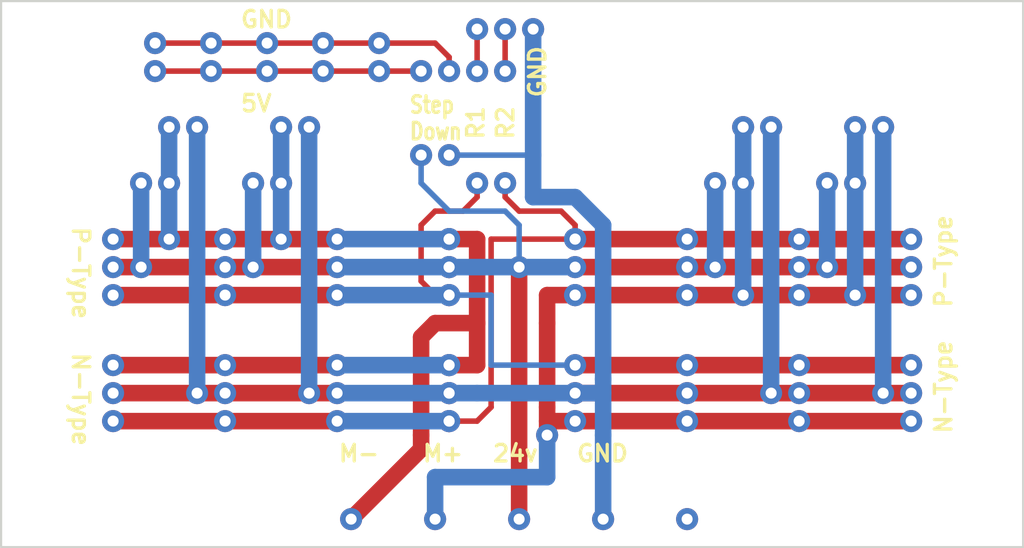
<source format=kicad_pcb>
(kicad_pcb (version 20221018) (generator pcbnew)
  (layers (0 "F.Cu" signal) (31 "B.Cu" signal) (34 "B.Paste" user) (35 "F.Paste" user) (36 "B.SilkS" user "B.Silkscreen") (37 "F.SilkS" user "F.Silkscreen") (38 "B.Mask" user) (39 "F.Mask" user) (44 "Edge.Cuts" user))
  (net 0 "")
  (footprint "" (layer "F.Cu") (at 170.18 83.82)
    (fp_text reference "" (at 0 0) (layer "F.SilkS") (effects (font (size 1.27 1.27))))
    (fp_text value "" (at 0 0) (layer "F.SilkS") (effects (font (size 1.27 1.27))))
    (pad "1" thru_hole circle (at 0 0) (size 2 2) (drill 1) (layers "*.Cu" "*.Mask"))
  )
  (footprint "" (layer "F.Cu") (at 157.48 81.28)
    (fp_text reference "" (at 0 0) (layer "F.SilkS") (effects (font (size 1.27 1.27))))
    (fp_text value "" (at 0 0) (layer "F.SilkS") (effects (font (size 1.27 1.27))))
    (pad "1" thru_hole circle (at 0 0) (size 2 2) (drill 1) (layers "*.Cu" "*.Mask"))
  )
  (footprint "" (layer "F.Cu") (at 171.45 116.84)
    (fp_text reference "" (at 0 0) (layer "F.SilkS") (effects (font (size 1.27 1.27))))
    (fp_text value "" (at 0 0) (layer "F.SilkS") (effects (font (size 1.27 1.27))))
    (pad "1" thru_hole circle (at 0 0) (size 2 2) (drill 1) (layers "*.Cu" "*.Mask"))
  )
  (footprint "" (layer "F.Cu") (at 201.93 81.28)
    (fp_text reference "" (at 0 0) (layer "F.SilkS") (effects (font (size 1.27 1.27))))
    (fp_text value "" (at 0 0) (layer "F.SilkS") (effects (font (size 1.27 1.27))))
    (pad "1" thru_hole circle (at 0 0) (size 2 2) (drill 1) (layers "*.Cu" "*.Mask"))
  )
  (footprint "" (layer "F.Cu") (at 209.55 96.52)
    (fp_text reference "" (at 0 0) (layer "F.SilkS") (effects (font (size 1.27 1.27))))
    (fp_text value "" (at 0 0) (layer "F.SilkS") (effects (font (size 1.27 1.27))))
    (pad "1" thru_hole circle (at 0 0) (size 2 2) (drill 1) (layers "*.Cu" "*.Mask"))
  )
  (footprint "" (layer "F.Cu") (at 160.02 105.41)
    (fp_text reference "" (at 0 0) (layer "F.SilkS") (effects (font (size 1.27 1.27))))
    (fp_text value "" (at 0 0) (layer "F.SilkS") (effects (font (size 1.27 1.27))))
    (pad "1" thru_hole circle (at 0 0) (size 2 2) (drill 1) (layers "*.Cu" "*.Mask"))
  )
  (footprint "" (layer "F.Cu") (at 204.47 93.98)
    (fp_text reference "" (at 2.54 8.89) (layer "F.SilkS") (effects (font (size 1.27 1.27))))
    (fp_text value "" (at 2.54 8.89) (layer "F.SilkS") (effects (font (size 1.27 1.27))))
    (pad "1" thru_hole circle (at 0 0) (size 2 2) (drill 1) (layers "*.Cu" "*.Mask"))
  )
  (footprint "" (layer "F.Cu") (at 194.31 105.41)
    (fp_text reference "" (at 0 0) (layer "F.SilkS") (effects (font (size 1.27 1.27))))
    (fp_text value "" (at 0 0) (layer "F.SilkS") (effects (font (size 1.27 1.27))))
    (pad "1" thru_hole circle (at 0 0) (size 2 2) (drill 1) (layers "*.Cu" "*.Mask"))
  )
  (footprint "" (layer "F.Cu") (at 194.31 107.95)
    (fp_text reference "" (at 0 0) (layer "F.SilkS") (effects (font (size 1.27 1.27))))
    (fp_text value "" (at 0 0) (layer "F.SilkS") (effects (font (size 1.27 1.27))))
    (pad "1" thru_hole circle (at 0 0) (size 2 2) (drill 1) (layers "*.Cu" "*.Mask"))
  )
  (footprint "" (layer "F.Cu") (at 214.63 93.98)
    (fp_text reference "" (at 0 0) (layer "F.SilkS") (effects (font (size 1.27 1.27))))
    (fp_text value "" (at 0 0) (layer "F.SilkS") (effects (font (size 1.27 1.27))))
    (pad "1" thru_hole circle (at 0 0) (size 2 2) (drill 1) (layers "*.Cu" "*.Mask"))
  )
  (footprint "" (layer "F.Cu") (at 172.72 91.44)
    (fp_text reference "" (at 0 0) (layer "F.SilkS") (effects (font (size 1.27 1.27))))
    (fp_text value "" (at 0 0) (layer "F.SilkS") (effects (font (size 1.27 1.27))))
    (pad "1" thru_hole circle (at 0 0) (size 2 2) (drill 1) (layers "*.Cu" "*.Mask"))
  )
  (footprint "" (layer "F.Cu") (at 156.21 76.2)
    (fp_text reference "" (at 0 0) (layer "F.SilkS") (effects (font (size 1.27 1.27))))
    (fp_text value "" (at 0 0) (layer "F.SilkS") (effects (font (size 1.27 1.27))))
    (pad "1" thru_hole circle (at 0 0) (size 2 2) (drill 1) (layers "*.Cu" "*.Mask"))
  )
  (footprint "" (layer "F.Cu") (at 154.94 86.36)
    (fp_text reference "" (at 0 0) (layer "F.SilkS") (effects (font (size 1.27 1.27))))
    (fp_text value "" (at 0 0) (layer "F.SilkS") (effects (font (size 1.27 1.27))))
    (pad "1" thru_hole circle (at 0 0) (size 2 2) (drill 1) (layers "*.Cu" "*.Mask"))
  )
  (footprint "" (layer "F.Cu") (at 175.26 76.2)
    (fp_text reference "" (at 0 0) (layer "F.SilkS") (effects (font (size 1.27 1.27))))
    (fp_text value "" (at 0 0) (layer "F.SilkS") (effects (font (size 1.27 1.27))))
    (pad "1" thru_hole circle (at 0 0) (size 2 2) (drill 1) (layers "*.Cu" "*.Mask"))
  )
  (footprint "" (layer "F.Cu") (at 172.72 105.41)
    (fp_text reference "" (at 0 0) (layer "F.SilkS") (effects (font (size 1.27 1.27))))
    (fp_text value "" (at 0 0) (layer "F.SilkS") (effects (font (size 1.27 1.27))))
    (pad "1" thru_hole circle (at 0 0) (size 2 2) (drill 1) (layers "*.Cu" "*.Mask"))
  )
  (footprint "" (layer "F.Cu") (at 170.18 76.2)
    (fp_text reference "" (at 0 0) (layer "F.SilkS") (effects (font (size 1.27 1.27))))
    (fp_text value "" (at 0 0) (layer "F.SilkS") (effects (font (size 1.27 1.27))))
    (pad "1" thru_hole circle (at 0 0) (size 2 2) (drill 1) (layers "*.Cu" "*.Mask"))
  )
  (footprint "" (layer "F.Cu") (at 144.78 93.98)
    (fp_text reference "" (at 0 0) (layer "F.SilkS") (effects (font (size 1.27 1.27))))
    (fp_text value "" (at 0 0) (layer "F.SilkS") (effects (font (size 1.27 1.27))))
    (pad "1" thru_hole circle (at 0 0) (size 2 2) (drill 1) (layers "*.Cu" "*.Mask"))
  )
  (footprint "" (layer "F.Cu") (at 172.72 83.82)
    (fp_text reference "" (at 0 0) (layer "F.SilkS") (effects (font (size 1.27 1.27))))
    (fp_text value "" (at 0 0) (layer "F.SilkS") (effects (font (size 1.27 1.27))))
    (pad "1" thru_hole circle (at 0 0) (size 2 2) (drill 1) (layers "*.Cu" "*.Mask"))
  )
  (footprint "" (layer "F.Cu") (at 212.09 105.41)
    (fp_text reference "" (at 0 0) (layer "F.SilkS") (effects (font (size 1.27 1.27))))
    (fp_text value "" (at 0 0) (layer "F.SilkS") (effects (font (size 1.27 1.27))))
    (pad "1" thru_hole circle (at 0 0) (size 2 2) (drill 1) (layers "*.Cu" "*.Mask"))
  )
  (footprint "" (layer "F.Cu") (at 149.86 81.28)
    (fp_text reference "" (at 0 0) (layer "F.SilkS") (effects (font (size 1.27 1.27))))
    (fp_text value "" (at 0 0) (layer "F.SilkS") (effects (font (size 1.27 1.27))))
    (pad "1" thru_hole circle (at 0 0) (size 2 2) (drill 1) (layers "*.Cu" "*.Mask"))
  )
  (footprint "" (layer "F.Cu") (at 160.02 81.28)
    (fp_text reference "" (at 0 0) (layer "F.SilkS") (effects (font (size 1.27 1.27))))
    (fp_text value "" (at 0 0) (layer "F.SilkS") (effects (font (size 1.27 1.27))))
    (pad "1" thru_hole circle (at 0 0) (size 2 2) (drill 1) (layers "*.Cu" "*.Mask"))
  )
  (footprint "" (layer "F.Cu") (at 162.56 107.95)
    (fp_text reference "" (at 0 0) (layer "F.SilkS") (effects (font (size 1.27 1.27))))
    (fp_text value "" (at 0 0) (layer "F.SilkS") (effects (font (size 1.27 1.27))))
    (pad "1" thru_hole circle (at 0 0) (size 2 2) (drill 1) (layers "*.Cu" "*.Mask"))
  )
  (footprint "" (layer "F.Cu") (at 144.78 86.36)
    (fp_text reference "" (at 0 0) (layer "F.SilkS") (effects (font (size 1.27 1.27))))
    (fp_text value "" (at 0 0) (layer "F.SilkS") (effects (font (size 1.27 1.27))))
    (pad "1" thru_hole circle (at 0 0) (size 2 2) (drill 1) (layers "*.Cu" "*.Mask"))
  )
  (footprint "" (layer "F.Cu") (at 152.4 91.44)
    (fp_text reference "" (at 0 0) (layer "F.SilkS") (effects (font (size 1.27 1.27))))
    (fp_text value "" (at 0 0) (layer "F.SilkS") (effects (font (size 1.27 1.27))))
    (pad "1" thru_hole circle (at 0 0) (size 2 2) (drill 1) (layers "*.Cu" "*.Mask"))
  )
  (footprint "" (layer "F.Cu") (at 177.8 72.39)
    (fp_text reference "" (at 0 0) (layer "F.SilkS") (effects (font (size 1.27 1.27))))
    (fp_text value "" (at 0 0) (layer "F.SilkS") (effects (font (size 1.27 1.27))))
    (pad "1" thru_hole circle (at 0 0) (size 2 2) (drill 1) (layers "*.Cu" "*.Mask"))
  )
  (footprint "" (layer "F.Cu") (at 172.72 96.52)
    (fp_text reference "" (at 0 0) (layer "F.SilkS") (effects (font (size 1.27 1.27))))
    (fp_text value "" (at 0 0) (layer "F.SilkS") (effects (font (size 1.27 1.27))))
    (pad "1" thru_hole circle (at 0 0) (size 2 2) (drill 1) (layers "*.Cu" "*.Mask"))
  )
  (footprint "" (layer "F.Cu") (at 175.26 86.36)
    (fp_text reference "" (at 0 0) (layer "F.SilkS") (effects (font (size 1.27 1.27))))
    (fp_text value "" (at 0 0) (layer "F.SilkS") (effects (font (size 1.27 1.27))))
    (pad "1" thru_hole circle (at 0 0) (size 2 2) (drill 1) (layers "*.Cu" "*.Mask"))
  )
  (footprint "" (layer "F.Cu") (at 184.15 105.41)
    (fp_text reference "" hide)
    (fp_text value "" hide)
    (pad "1" thru_hole circle (at 0 0) (size 2 2) (drill 1) (layers "*.Cu" "*.Mask"))
  )
  (footprint "" (layer "F.Cu") (at 179.07 93.98)
    (fp_text reference "" (at 0 0) (layer "F.SilkS") (effects (font (size 1.27 1.27))))
    (fp_text value "" (at 0 0) (layer "F.SilkS") (effects (font (size 1.27 1.27))))
    (pad "1" thru_hole circle (at 0 0) (size 2 2) (drill 1) (layers "*.Cu" "*.Mask"))
  )
  (footprint "" (layer "F.Cu") (at 177.8 76.2)
    (fp_text reference "" (at 0 0) (layer "F.SilkS") (effects (font (size 1.27 1.27))))
    (fp_text value "" (at 0 0) (layer "F.SilkS") (effects (font (size 1.27 1.27))))
    (pad "1" thru_hole circle (at 0 0) (size 2 2) (drill 1) (layers "*.Cu" "*.Mask"))
  )
  (footprint "" (layer "F.Cu") (at 199.39 81.28)
    (fp_text reference "" (at 0 0) (layer "F.SilkS") (effects (font (size 1.27 1.27))))
    (fp_text value "" (at 0 0) (layer "F.SilkS") (effects (font (size 1.27 1.27))))
    (pad "1" thru_hole circle (at 0 0) (size 2 2) (drill 1) (layers "*.Cu" "*.Mask"))
  )
  (footprint "" (layer "F.Cu") (at 184.15 91.44)
    (fp_text reference "" hide)
    (fp_text value "" hide)
    (pad "1" thru_hole circle (at 0 0) (size 2 2) (drill 1) (layers "*.Cu" "*.Mask"))
  )
  (footprint "" (layer "F.Cu") (at 204.47 91.44)
    (fp_text reference "" (at 2.54 8.89) (layer "F.SilkS") (effects (font (size 1.27 1.27))))
    (fp_text value "" (at 2.54 8.89) (layer "F.SilkS") (effects (font (size 1.27 1.27))))
    (pad "1" thru_hole circle (at 0 0) (size 2 2) (drill 1) (layers "*.Cu" "*.Mask"))
  )
  (footprint "" (layer "F.Cu") (at 162.56 91.44)
    (fp_text reference "" (at 0 0) (layer "F.SilkS") (effects (font (size 1.27 1.27))))
    (fp_text value "" (at 0 0) (layer "F.SilkS") (effects (font (size 1.27 1.27))))
    (pad "1" thru_hole circle (at 0 0) (size 2 2) (drill 1) (layers "*.Cu" "*.Mask"))
  )
  (footprint "" (layer "F.Cu") (at 152.4 93.98)
    (fp_text reference "" (at 0 0) (layer "F.SilkS") (effects (font (size 1.27 1.27))))
    (fp_text value "" (at 0 0) (layer "F.SilkS") (effects (font (size 1.27 1.27))))
    (pad "1" thru_hole circle (at 0 0) (size 2 2) (drill 1) (layers "*.Cu" "*.Mask"))
  )
  (footprint "" (layer "F.Cu") (at 149.86 105.41)
    (fp_text reference "" (at 0 0) (layer "F.SilkS") (effects (font (size 1.27 1.27))))
    (fp_text value "" (at 0 0) (layer "F.SilkS") (effects (font (size 1.27 1.27))))
    (pad "1" thru_hole circle (at 0 0) (size 2 2) (drill 1) (layers "*.Cu" "*.Mask"))
  )
  (footprint "" (layer "F.Cu") (at 162.56 105.41)
    (fp_text reference "" (at 0 0) (layer "F.SilkS") (effects (font (size 1.27 1.27))))
    (fp_text value "" (at 0 0) (layer "F.SilkS") (effects (font (size 1.27 1.27))))
    (pad "1" thru_hole circle (at 0 0) (size 2 2) (drill 1) (layers "*.Cu" "*.Mask"))
  )
  (footprint "" (layer "F.Cu") (at 157.48 91.44)
    (fp_text reference "" (at 0 0) (layer "F.SilkS") (effects (font (size 1.27 1.27))))
    (fp_text value "" (at 0 0) (layer "F.SilkS") (effects (font (size 1.27 1.27))))
    (pad "1" thru_hole circle (at 0 0) (size 2 2) (drill 1) (layers "*.Cu" "*.Mask"))
  )
  (footprint "" (layer "F.Cu") (at 147.32 86.36)
    (fp_text reference "" (at 0 0) (layer "F.SilkS") (effects (font (size 1.27 1.27))))
    (fp_text value "" (at 0 0) (layer "F.SilkS") (effects (font (size 1.27 1.27))))
    (pad "1" thru_hole circle (at 0 0) (size 2 2) (drill 1) (layers "*.Cu" "*.Mask"))
  )
  (footprint "" (layer "F.Cu") (at 147.32 91.44)
    (fp_text reference "" (at 0 0) (layer "F.SilkS") (effects (font (size 1.27 1.27))))
    (fp_text value "" (at 0 0) (layer "F.SilkS") (effects (font (size 1.27 1.27))))
    (pad "1" thru_hole circle (at 0 0) (size 2 2) (drill 1) (layers "*.Cu" "*.Mask"))
  )
  (footprint "" (layer "F.Cu") (at 161.29 73.66)
    (fp_text reference "" (at 0 0) (layer "F.SilkS") (effects (font (size 1.27 1.27))))
    (fp_text value "" (at 0 0) (layer "F.SilkS") (effects (font (size 1.27 1.27))))
    (pad "1" thru_hole circle (at 0 0) (size 2 2) (drill 1) (layers "*.Cu" "*.Mask"))
  )
  (footprint "" (layer "F.Cu") (at 142.24 91.44)
    (fp_text reference "" (at 0 0) (layer "F.SilkS") (effects (font (size 1.27 1.27))))
    (fp_text value "" (at 0 0) (layer "F.SilkS") (effects (font (size 1.27 1.27))))
    (pad "1" thru_hole circle (at 0 0) (size 2 2) (drill 1) (layers "*.Cu" "*.Mask"))
  )
  (footprint "" (layer "F.Cu") (at 212.09 81.28)
    (fp_text reference "" (at 0 0) (layer "F.SilkS") (effects (font (size 1.27 1.27))))
    (fp_text value "" (at 0 0) (layer "F.SilkS") (effects (font (size 1.27 1.27))))
    (pad "1" thru_hole circle (at 0 0) (size 2 2) (drill 1) (layers "*.Cu" "*.Mask"))
  )
  (footprint "" (layer "F.Cu") (at 154.94 93.98)
    (fp_text reference "" (at 0 0) (layer "F.SilkS") (effects (font (size 1.27 1.27))))
    (fp_text value "" (at 0 0) (layer "F.SilkS") (effects (font (size 1.27 1.27))))
    (pad "1" thru_hole circle (at 0 0) (size 2 2) (drill 1) (layers "*.Cu" "*.Mask"))
  )
  (footprint "" (layer "F.Cu") (at 175.26 72.39)
    (fp_text reference "" (at 0 0) (layer "F.SilkS") (effects (font (size 1.27 1.27))))
    (fp_text value "" (at 0 0) (layer "F.SilkS") (effects (font (size 1.27 1.27))))
    (pad "1" thru_hole circle (at 0 0) (size 2 2) (drill 1) (layers "*.Cu" "*.Mask"))
  )
  (footprint "" (layer "F.Cu") (at 214.63 91.44)
    (fp_text reference "" (at 0 0) (layer "F.SilkS") (effects (font (size 1.27 1.27))))
    (fp_text value "" (at 0 0) (layer "F.SilkS") (effects (font (size 1.27 1.27))))
    (pad "1" thru_hole circle (at 0 0) (size 2 2) (drill 1) (layers "*.Cu" "*.Mask"))
  )
  (footprint "" (layer "F.Cu") (at 172.72 76.2)
    (fp_text reference "" (at 0 0) (layer "F.SilkS") (effects (font (size 1.27 1.27))))
    (fp_text value "" (at 0 0) (layer "F.SilkS") (effects (font (size 1.27 1.27))))
    (pad "1" thru_hole circle (at 0 0) (size 2 2) (drill 1) (layers "*.Cu" "*.Mask"))
  )
  (footprint "" (layer "F.Cu") (at 152.4 107.95)
    (fp_text reference "" (at 0 0) (layer "F.SilkS") (effects (font (size 1.27 1.27))))
    (fp_text value "" (at 0 0) (layer "F.SilkS") (effects (font (size 1.27 1.27))))
    (pad "1" thru_hole circle (at 0 0) (size 2 2) (drill 1) (layers "*.Cu" "*.Mask"))
  )
  (footprint "" (layer "F.Cu") (at 214.63 96.52)
    (fp_text reference "" (at 0 0) (layer "F.SilkS") (effects (font (size 1.27 1.27))))
    (fp_text value "" (at 0 0) (layer "F.SilkS") (effects (font (size 1.27 1.27))))
    (pad "1" thru_hole circle (at 0 0) (size 2 2) (drill 1) (layers "*.Cu" "*.Mask"))
  )
  (footprint "" (layer "F.Cu") (at 172.72 96.52)
    (fp_text reference "" (at 0 0) (layer "F.SilkS") (effects (font (size 1.27 1.27))))
    (fp_text value "" (at 0 0) (layer "F.SilkS") (effects (font (size 1.27 1.27))))
    (pad "1" thru_hole circle (at 0 0) (size 2 2) (drill 1) (layers "*.Cu" "*.Mask"))
  )
  (footprint "" (layer "F.Cu") (at 209.55 81.28)
    (fp_text reference "" (at 0 0) (layer "F.SilkS") (effects (font (size 1.27 1.27))))
    (fp_text value "" (at 0 0) (layer "F.SilkS") (effects (font (size 1.27 1.27))))
    (pad "1" thru_hole circle (at 0 0) (size 2 2) (drill 1) (layers "*.Cu" "*.Mask"))
  )
  (footprint "" (layer "F.Cu") (at 184.15 91.44)
    (fp_text reference "" hide)
    (fp_text value "" hide)
    (pad "1" thru_hole circle (at 0 0) (size 2 2) (drill 1) (layers "*.Cu" "*.Mask"))
  )
  (footprint "" (layer "F.Cu") (at 156.21 73.66)
    (fp_text reference "" (at 0 0) (layer "F.SilkS") (effects (font (size 1.27 1.27))))
    (fp_text value "" (at 0 0) (layer "F.SilkS") (effects (font (size 1.27 1.27))))
    (pad "1" thru_hole circle (at 0 0) (size 2 2) (drill 1) (layers "*.Cu" "*.Mask"))
  )
  (footprint "" (layer "F.Cu") (at 184.15 107.95)
    (fp_text reference "" hide)
    (fp_text value "" hide)
    (pad "1" thru_hole circle (at 0 0) (size 2 2) (drill 1) (layers "*.Cu" "*.Mask"))
  )
  (footprint "" (layer "F.Cu") (at 142.24 102.87)
    (fp_text reference "" (at 0 0) (layer "F.SilkS") (effects (font (size 1.27 1.27))))
    (fp_text value "" (at 0 0) (layer "F.SilkS") (effects (font (size 1.27 1.27))))
    (pad "1" thru_hole circle (at 0 0) (size 2 2) (drill 1) (layers "*.Cu" "*.Mask"))
  )
  (footprint "" (layer "F.Cu") (at 166.37 73.66)
    (fp_text reference "" (at 0 0) (layer "F.SilkS") (effects (font (size 1.27 1.27))))
    (fp_text value "" (at 0 0) (layer "F.SilkS") (effects (font (size 1.27 1.27))))
    (pad "1" thru_hole circle (at 0 0) (size 2 2) (drill 1) (layers "*.Cu" "*.Mask"))
  )
  (footprint "" (layer "F.Cu") (at 179.07 116.84)
    (fp_text reference "" (at 0 0) (layer "F.SilkS") (effects (font (size 1.27 1.27))))
    (fp_text value "" (at 0 0) (layer "F.SilkS") (effects (font (size 1.27 1.27))))
    (pad "1" thru_hole circle (at 0 0) (size 2 2) (drill 1) (layers "*.Cu" "*.Mask"))
  )
  (footprint "" (layer "F.Cu") (at 152.4 105.41)
    (fp_text reference "" (at 0 0) (layer "F.SilkS") (effects (font (size 1.27 1.27))))
    (fp_text value "" (at 0 0) (layer "F.SilkS") (effects (font (size 1.27 1.27))))
    (pad "1" thru_hole circle (at 0 0) (size 2 2) (drill 1) (layers "*.Cu" "*.Mask"))
  )
  (footprint "" (layer "F.Cu") (at 186.69 116.84)
    (fp_text reference "" (at 0 0) (layer "F.SilkS") (effects (font (size 1.27 1.27))))
    (fp_text value "" (at 0 0) (layer "F.SilkS") (effects (font (size 1.27 1.27))))
    (pad "1" thru_hole circle (at 0 0) (size 2 2) (drill 1) (layers "*.Cu" "*.Mask"))
  )
  (footprint "" (layer "F.Cu") (at 172.72 93.98)
    (fp_text reference "" (at 0 0) (layer "F.SilkS") (effects (font (size 1.27 1.27))))
    (fp_text value "" (at 0 0) (layer "F.SilkS") (effects (font (size 1.27 1.27))))
    (pad "1" thru_hole circle (at 0 0) (size 2 2) (drill 1) (layers "*.Cu" "*.Mask"))
  )
  (footprint "" (layer "F.Cu") (at 163.83 116.84)
    (fp_text reference "" (at 0 0) (layer "F.SilkS") (effects (font (size 1.27 1.27))))
    (fp_text value "" (at 0 0) (layer "F.SilkS") (effects (font (size 1.27 1.27))))
    (pad "1" thru_hole circle (at 0 0) (size 2 2) (drill 1) (layers "*.Cu" "*.Mask"))
  )
  (footprint "" (layer "F.Cu") (at 194.31 102.87)
    (fp_text reference "" (at 0 0) (layer "F.SilkS") (effects (font (size 1.27 1.27))))
    (fp_text value "" (at 0 0) (layer "F.SilkS") (effects (font (size 1.27 1.27))))
    (pad "1" thru_hole circle (at 0 0) (size 2 2) (drill 1) (layers "*.Cu" "*.Mask"))
  )
  (footprint "" (layer "F.Cu") (at 147.32 81.28)
    (fp_text reference "" (at 0 0) (layer "F.SilkS") (effects (font (size 1.27 1.27))))
    (fp_text value "" (at 0 0) (layer "F.SilkS") (effects (font (size 1.27 1.27))))
    (pad "1" thru_hole circle (at 0 0) (size 2 2) (drill 1) (layers "*.Cu" "*.Mask"))
  )
  (footprint "" (layer "F.Cu") (at 166.37 76.2)
    (fp_text reference "" (at 0 0) (layer "F.SilkS") (effects (font (size 1.27 1.27))))
    (fp_text value "" (at 0 0) (layer "F.SilkS") (effects (font (size 1.27 1.27))))
    (pad "1" thru_hole circle (at 0 0) (size 2 2) (drill 1) (layers "*.Cu" "*.Mask"))
  )
  (footprint "" (layer "F.Cu") (at 204.47 107.95)
    (fp_text reference "" (at 2.54 8.89) (layer "F.SilkS") (effects (font (size 1.27 1.27))))
    (fp_text value "" (at 2.54 8.89) (layer "F.SilkS") (effects (font (size 1.27 1.27))))
    (pad "1" thru_hole circle (at 0 0) (size 2 2) (drill 1) (layers "*.Cu" "*.Mask"))
  )
  (footprint "" (layer "F.Cu") (at 152.4 102.87)
    (fp_text reference "" (at 0 0) (layer "F.SilkS") (effects (font (size 1.27 1.27))))
    (fp_text value "" (at 0 0) (layer "F.SilkS") (effects (font (size 1.27 1.27))))
    (pad "1" thru_hole circle (at 0 0) (size 2 2) (drill 1) (layers "*.Cu" "*.Mask"))
  )
  (footprint "" (layer "F.Cu") (at 172.72 102.87)
    (fp_text reference "" (at 0 0) (layer "F.SilkS") (effects (font (size 1.27 1.27))))
    (fp_text value "" (at 0 0) (layer "F.SilkS") (effects (font (size 1.27 1.27))))
    (pad "1" thru_hole circle (at 0 0) (size 2 2) (drill 1) (layers "*.Cu" "*.Mask"))
  )
  (footprint "" (layer "F.Cu") (at 199.39 86.36)
    (fp_text reference "" (at 0 0) (layer "F.SilkS") (effects (font (size 1.27 1.27))))
    (fp_text value "" (at 0 0) (layer "F.SilkS") (effects (font (size 1.27 1.27))))
    (pad "1" thru_hole circle (at 0 0) (size 2 2) (drill 1) (layers "*.Cu" "*.Mask"))
  )
  (footprint "" (layer "F.Cu") (at 207.01 93.98)
    (fp_text reference "" (at 0 0) (layer "F.SilkS") (effects (font (size 1.27 1.27))))
    (fp_text value "" (at 0 0) (layer "F.SilkS") (effects (font (size 1.27 1.27))))
    (pad "1" thru_hole circle (at 0 0) (size 2 2) (drill 1) (layers "*.Cu" "*.Mask"))
  )
  (footprint "" (layer "F.Cu") (at 142.24 105.41)
    (fp_text reference "" (at 0 0) (layer "F.SilkS") (effects (font (size 1.27 1.27))))
    (fp_text value "" (at 0 0) (layer "F.SilkS") (effects (font (size 1.27 1.27))))
    (pad "1" thru_hole circle (at 0 0) (size 2 2) (drill 1) (layers "*.Cu" "*.Mask"))
  )
  (footprint "" (layer "F.Cu") (at 204.47 102.87)
    (fp_text reference "" (at 2.54 8.89) (layer "F.SilkS") (effects (font (size 1.27 1.27))))
    (fp_text value "" (at 2.54 8.89) (layer "F.SilkS") (effects (font (size 1.27 1.27))))
    (pad "1" thru_hole circle (at 0 0) (size 2 2) (drill 1) (layers "*.Cu" "*.Mask"))
  )
  (footprint "" (layer "F.Cu") (at 204.47 96.52)
    (fp_text reference "" (at 2.54 8.89) (layer "F.SilkS") (effects (font (size 1.27 1.27))))
    (fp_text value "" (at 2.54 8.89) (layer "F.SilkS") (effects (font (size 1.27 1.27))))
    (pad "1" thru_hole circle (at 0 0) (size 2 2) (drill 1) (layers "*.Cu" "*.Mask"))
  )
  (footprint "" (layer "F.Cu") (at 207.01 86.36)
    (fp_text reference "" (at 0 0) (layer "F.SilkS") (effects (font (size 1.27 1.27))))
    (fp_text value "" (at 0 0) (layer "F.SilkS") (effects (font (size 1.27 1.27))))
    (pad "1" thru_hole circle (at 0 0) (size 2 2) (drill 1) (layers "*.Cu" "*.Mask"))
  )
  (footprint "" (layer "F.Cu") (at 152.4 96.52)
    (fp_text reference "" (at 0 0) (layer "F.SilkS") (effects (font (size 1.27 1.27))))
    (fp_text value "" (at 0 0) (layer "F.SilkS") (effects (font (size 1.27 1.27))))
    (pad "1" thru_hole circle (at 0 0) (size 2 2) (drill 1) (layers "*.Cu" "*.Mask"))
  )
  (footprint "" (layer "F.Cu") (at 172.72 105.41)
    (fp_text reference "" (at 0 0) (layer "F.SilkS") (effects (font (size 1.27 1.27))))
    (fp_text value "" (at 0 0) (layer "F.SilkS") (effects (font (size 1.27 1.27))))
    (pad "1" thru_hole circle (at 0 0) (size 2 2) (drill 1) (layers "*.Cu" "*.Mask"))
  )
  (footprint "" (layer "F.Cu") (at 172.72 107.95)
    (fp_text reference "" (at 0 0) (layer "F.SilkS") (effects (font (size 1.27 1.27))))
    (fp_text value "" (at 0 0) (layer "F.SilkS") (effects (font (size 1.27 1.27))))
    (pad "1" thru_hole circle (at 0 0) (size 2 2) (drill 1) (layers "*.Cu" "*.Mask"))
  )
  (footprint "" (layer "F.Cu") (at 214.63 102.87)
    (fp_text reference "" (at 0 0) (layer "F.SilkS") (effects (font (size 1.27 1.27))))
    (fp_text value "" (at 0 0) (layer "F.SilkS") (effects (font (size 1.27 1.27))))
    (pad "1" thru_hole circle (at 0 0) (size 2 2) (drill 1) (layers "*.Cu" "*.Mask"))
  )
  (footprint "" (layer "F.Cu") (at 146.05 73.66)
    (fp_text reference "" (at 0 0) (layer "F.SilkS") (effects (font (size 1.27 1.27))))
    (fp_text value "" (at 0 0) (layer "F.SilkS") (effects (font (size 1.27 1.27))))
    (pad "1" thru_hole circle (at 0 0) (size 2 2) (drill 1) (layers "*.Cu" "*.Mask"))
  )
  (footprint "" (layer "F.Cu") (at 177.8 86.36)
    (fp_text reference "" (at 0 0) (layer "F.SilkS") (effects (font (size 1.27 1.27))))
    (fp_text value "" (at 0 0) (layer "F.SilkS") (effects (font (size 1.27 1.27))))
    (pad "1" thru_hole circle (at 0 0) (size 2 2) (drill 1) (layers "*.Cu" "*.Mask"))
  )
  (footprint "" (layer "F.Cu") (at 162.56 93.98)
    (fp_text reference "" (at 0 0) (layer "F.SilkS") (effects (font (size 1.27 1.27))))
    (fp_text value "" (at 0 0) (layer "F.SilkS") (effects (font (size 1.27 1.27))))
    (pad "1" thru_hole circle (at 0 0) (size 2 2) (drill 1) (layers "*.Cu" "*.Mask"))
  )
  (footprint "" (layer "F.Cu") (at 184.15 102.87)
    (fp_text reference "" hide)
    (fp_text value "" hide)
    (pad "1" thru_hole circle (at 0 0) (size 2 2) (drill 1) (layers "*.Cu" "*.Mask"))
  )
  (footprint "" (layer "F.Cu") (at 181.61 109.22)
    (fp_text reference "" (at 0 0) (layer "F.SilkS") (effects (font (size 1.27 1.27))))
    (fp_text value "" (at 0 0) (layer "F.SilkS") (effects (font (size 1.27 1.27))))
    (pad "1" thru_hole circle (at 0 0) (size 2 2) (drill 1) (layers "*.Cu" "*.Mask"))
  )
  (footprint "" (layer "F.Cu") (at 180.34 72.39)
    (fp_text reference "" (at 0 0) (layer "F.SilkS") (effects (font (size 1.27 1.27))))
    (fp_text value "" (at 0 0) (layer "F.SilkS") (effects (font (size 1.27 1.27))))
    (pad "1" thru_hole circle (at 0 0) (size 2 2) (drill 1) (layers "*.Cu" "*.Mask"))
  )
  (footprint "" (layer "F.Cu") (at 146.05 76.2)
    (fp_text reference "" (at 0 0) (layer "F.SilkS") (effects (font (size 1.27 1.27))))
    (fp_text value "" (at 0 0) (layer "F.SilkS") (effects (font (size 1.27 1.27))))
    (pad "1" thru_hole circle (at 0 0) (size 2 2) (drill 1) (layers "*.Cu" "*.Mask"))
  )
  (footprint "" (layer "F.Cu") (at 142.24 96.52)
    (fp_text reference "" (at 0 0) (layer "F.SilkS") (effects (font (size 1.27 1.27))))
    (fp_text value "" (at 0 0) (layer "F.SilkS") (effects (font (size 1.27 1.27))))
    (pad "1" thru_hole circle (at 0 0) (size 2 2) (drill 1) (layers "*.Cu" "*.Mask"))
  )
  (footprint "" (layer "F.Cu") (at 196.85 86.36)
    (fp_text reference "" (at 0 0) (layer "F.SilkS") (effects (font (size 1.27 1.27))))
    (fp_text value "" (at 0 0) (layer "F.SilkS") (effects (font (size 1.27 1.27))))
    (pad "1" thru_hole circle (at 0 0) (size 2 2) (drill 1) (layers "*.Cu" "*.Mask"))
  )
  (footprint "" (layer "F.Cu") (at 162.56 96.52)
    (fp_text reference "" (at 0 0) (layer "F.SilkS") (effects (font (size 1.27 1.27))))
    (fp_text value "" (at 0 0) (layer "F.SilkS") (effects (font (size 1.27 1.27))))
    (pad "1" thru_hole circle (at 0 0) (size 2 2) (drill 1) (layers "*.Cu" "*.Mask"))
  )
  (footprint "" (layer "F.Cu") (at 194.31 96.52)
    (fp_text reference "" (at 0 0) (layer "F.SilkS") (effects (font (size 1.27 1.27))))
    (fp_text value "" (at 0 0) (layer "F.SilkS") (effects (font (size 1.27 1.27))))
    (pad "1" thru_hole circle (at 0 0) (size 2 2) (drill 1) (layers "*.Cu" "*.Mask"))
  )
  (footprint "" (layer "F.Cu") (at 194.31 91.44)
    (fp_text reference "" (at 0 0) (layer "F.SilkS") (effects (font (size 1.27 1.27))))
    (fp_text value "" (at 0 0) (layer "F.SilkS") (effects (font (size 1.27 1.27))))
    (pad "1" thru_hole circle (at 0 0) (size 2 2) (drill 1) (layers "*.Cu" "*.Mask"))
  )
  (footprint "" (layer "F.Cu") (at 214.63 105.41)
    (fp_text reference "" (at 0 0) (layer "F.SilkS") (effects (font (size 1.27 1.27))))
    (fp_text value "" (at 0 0) (layer "F.SilkS") (effects (font (size 1.27 1.27))))
    (pad "1" thru_hole circle (at 0 0) (size 2 2) (drill 1) (layers "*.Cu" "*.Mask"))
  )
  (footprint "" (layer "F.Cu") (at 184.15 96.52)
    (fp_text reference "" hide)
    (fp_text value "" hide)
    (pad "1" thru_hole circle (at 0 0) (size 2 2) (drill 1) (layers "*.Cu" "*.Mask"))
  )
  (footprint "" (layer "F.Cu") (at 142.24 93.98)
    (fp_text reference "" (at 0 0) (layer "F.SilkS") (effects (font (size 1.27 1.27))))
    (fp_text value "" (at 0 0) (layer "F.SilkS") (effects (font (size 1.27 1.27))))
    (pad "1" thru_hole circle (at 0 0) (size 2 2) (drill 1) (layers "*.Cu" "*.Mask"))
  )
  (footprint "" (layer "F.Cu") (at 172.72 93.98)
    (fp_text reference "" (at 0 0) (layer "F.SilkS") (effects (font (size 1.27 1.27))))
    (fp_text value "" (at 0 0) (layer "F.SilkS") (effects (font (size 1.27 1.27))))
    (pad "1" thru_hole circle (at 0 0) (size 2 2) (drill 1) (layers "*.Cu" "*.Mask"))
  )
  (footprint "" (layer "F.Cu") (at 161.29 76.2)
    (fp_text reference "" (at 0 0) (layer "F.SilkS") (effects (font (size 1.27 1.27))))
    (fp_text value "" (at 0 0) (layer "F.SilkS") (effects (font (size 1.27 1.27))))
    (pad "1" thru_hole circle (at 0 0) (size 2 2) (drill 1) (layers "*.Cu" "*.Mask"))
  )
  (footprint "" (layer "F.Cu") (at 151.13 73.66)
    (fp_text reference "" (at 0 0) (layer "F.SilkS") (effects (font (size 1.27 1.27))))
    (fp_text value "" (at 0 0) (layer "F.SilkS") (effects (font (size 1.27 1.27))))
    (pad "1" thru_hole circle (at 0 0) (size 2 2) (drill 1) (layers "*.Cu" "*.Mask"))
  )
  (footprint "" (layer "F.Cu") (at 172.72 102.87)
    (fp_text reference "" (at 0 0) (layer "F.SilkS") (effects (font (size 1.27 1.27))))
    (fp_text value "" (at 0 0) (layer "F.SilkS") (effects (font (size 1.27 1.27))))
    (pad "1" thru_hole circle (at 0 0) (size 2 2) (drill 1) (layers "*.Cu" "*.Mask"))
  )
  (footprint "" (layer "F.Cu") (at 204.47 105.41)
    (fp_text reference "" (at 2.54 8.89) (layer "F.SilkS") (effects (font (size 1.27 1.27))))
    (fp_text value "" (at 2.54 8.89) (layer "F.SilkS") (effects (font (size 1.27 1.27))))
    (pad "1" thru_hole circle (at 0 0) (size 2 2) (drill 1) (layers "*.Cu" "*.Mask"))
  )
  (footprint "" (layer "F.Cu") (at 194.31 116.84)
    (fp_text reference "" (at 0 0) (layer "F.SilkS") (effects (font (size 1.27 1.27))))
    (fp_text value "" (at 0 0) (layer "F.SilkS") (effects (font (size 1.27 1.27))))
    (pad "1" thru_hole circle (at 0 0) (size 2 2) (drill 1) (layers "*.Cu" "*.Mask"))
  )
  (footprint "" (layer "F.Cu") (at 142.24 107.95)
    (fp_text reference "" (at 0 0) (layer "F.SilkS") (effects (font (size 1.27 1.27))))
    (fp_text value "" (at 0 0) (layer "F.SilkS") (effects (font (size 1.27 1.27))))
    (pad "1" thru_hole circle (at 0 0) (size 2 2) (drill 1) (layers "*.Cu" "*.Mask"))
  )
  (footprint "" (layer "F.Cu") (at 162.56 102.87)
    (fp_text reference "" (at 0 0) (layer "F.SilkS") (effects (font (size 1.27 1.27))))
    (fp_text value "" (at 0 0) (layer "F.SilkS") (effects (font (size 1.27 1.27))))
    (pad "1" thru_hole circle (at 0 0) (size 2 2) (drill 1) (layers "*.Cu" "*.Mask"))
  )
  (footprint "" (layer "F.Cu") (at 196.85 93.98)
    (fp_text reference "" (at 0 0) (layer "F.SilkS") (effects (font (size 1.27 1.27))))
    (fp_text value "" (at 0 0) (layer "F.SilkS") (effects (font (size 1.27 1.27))))
    (pad "1" thru_hole circle (at 0 0) (size 2 2) (drill 1) (layers "*.Cu" "*.Mask"))
  )
  (footprint "" (layer "F.Cu") (at 172.72 91.44)
    (fp_text reference "" (at 0 0) (layer "F.SilkS") (effects (font (size 1.27 1.27))))
    (fp_text value "" (at 0 0) (layer "F.SilkS") (effects (font (size 1.27 1.27))))
    (pad "1" thru_hole circle (at 0 0) (size 2 2) (drill 1) (layers "*.Cu" "*.Mask"))
  )
  (footprint "" (layer "F.Cu") (at 151.13 76.2)
    (fp_text reference "" (at 0 0) (layer "F.SilkS") (effects (font (size 1.27 1.27))))
    (fp_text value "" (at 0 0) (layer "F.SilkS") (effects (font (size 1.27 1.27))))
    (pad "1" thru_hole circle (at 0 0) (size 2 2) (drill 1) (layers "*.Cu" "*.Mask"))
  )
  (footprint "" (layer "F.Cu") (at 209.55 86.36)
    (fp_text reference "" (at 0 0) (layer "F.SilkS") (effects (font (size 1.27 1.27))))
    (fp_text value "" (at 0 0) (layer "F.SilkS") (effects (font (size 1.27 1.27))))
    (pad "1" thru_hole circle (at 0 0) (size 2 2) (drill 1) (layers "*.Cu" "*.Mask"))
  )
  (footprint "" (layer "F.Cu") (at 214.63 107.95)
    (fp_text reference "" (at 0 0) (layer "F.SilkS") (effects (font (size 1.27 1.27))))
    (fp_text value "" (at 0 0) (layer "F.SilkS") (effects (font (size 1.27 1.27))))
    (pad "1" thru_hole circle (at 0 0) (size 2 2) (drill 1) (layers "*.Cu" "*.Mask"))
  )
  (footprint "" (layer "F.Cu") (at 199.39 96.52)
    (fp_text reference "" (at 0 0) (layer "F.SilkS") (effects (font (size 1.27 1.27))))
    (fp_text value "" (at 0 0) (layer "F.SilkS") (effects (font (size 1.27 1.27))))
    (pad "1" thru_hole circle (at 0 0) (size 2 2) (drill 1) (layers "*.Cu" "*.Mask"))
  )
  (footprint "" (layer "F.Cu") (at 157.48 86.36)
    (fp_text reference "" (at 0 0) (layer "F.SilkS") (effects (font (size 1.27 1.27))))
    (fp_text value "" (at 0 0) (layer "F.SilkS") (effects (font (size 1.27 1.27))))
    (pad "1" thru_hole circle (at 0 0) (size 2 2) (drill 1) (layers "*.Cu" "*.Mask"))
  )
  (footprint "" (layer "F.Cu") (at 194.31 93.98)
    (fp_text reference "" (at 0 0) (layer "F.SilkS") (effects (font (size 1.27 1.27))))
    (fp_text value "" (at 0 0) (layer "F.SilkS") (effects (font (size 1.27 1.27))))
    (pad "1" thru_hole circle (at 0 0) (size 2 2) (drill 1) (layers "*.Cu" "*.Mask"))
  )
  (footprint "" (layer "F.Cu") (at 184.15 96.52)
    (fp_text reference "" hide)
    (fp_text value "" hide)
    (pad "1" thru_hole circle (at 0 0) (size 2 2) (drill 1) (layers "*.Cu" "*.Mask"))
  )
  (footprint "" (layer "F.Cu") (at 201.93 105.41)
    (fp_text reference "" (at 0 0) (layer "F.SilkS") (effects (font (size 1.27 1.27))))
    (fp_text value "" (at 0 0) (layer "F.SilkS") (effects (font (size 1.27 1.27))))
    (pad "1" thru_hole circle (at 0 0) (size 2 2) (drill 1) (layers "*.Cu" "*.Mask"))
  )
  (footprint "" (layer "F.Cu") (at 172.72 107.95)
    (fp_text reference "" (at 0 0) (layer "F.SilkS") (effects (font (size 1.27 1.27))))
    (fp_text value "" (at 0 0) (layer "F.SilkS") (effects (font (size 1.27 1.27))))
    (pad "1" thru_hole circle (at 0 0) (size 2 2) (drill 1) (layers "*.Cu" "*.Mask"))
  )
  (footprint "" (layer "F.Cu") (at 184.15 93.98)
    (fp_text reference "" hide)
    (fp_text value "" hide)
    (pad "1" thru_hole circle (at 0 0) (size 2 2) (drill 1) (layers "*.Cu" "*.Mask"))
  )
  (gr_rect (start 132.08 69.85) (end 224.79 119.38) (stroke (width 0.2)) (fill none) (layer "Edge.Cuts"))
  (gr_text "24v" (at 176.53 111.76) (layer "F.SilkS") (effects (font (size 1.5 1.5) (thickness 0.3) bold) (justify left bottom)))
  (gr_text "5V" (at 153.67 80.01) (layer "F.SilkS") (effects (font (size 1.5 1.5) (thickness 0.3) bold) (justify left bottom)))
  (gr_text "P-Type" (at 218.44 97.79 90) (layer "F.SilkS") (effects (font (size 1.5 1.5) (thickness 0.3) bold) (justify left bottom)))
  (gr_text "GND" (at 184.15 111.76) (layer "F.SilkS") (effects (font (size 1.5 1.5) (thickness 0.3) bold) (justify left bottom)))
  (gr_text "GND" (at 181.61 78.74 90) (layer "F.SilkS") (effects (font (size 1.5 1.5) (thickness 0.3) bold) (justify left bottom)))
  (gr_text "M-" (at 162.56 111.76) (layer "F.SilkS") (effects (font (size 1.5 1.5) (thickness 0.3) bold) (justify left bottom)))
  (gr_text "R1" (at 176 82.55 90) (layer "F.SilkS") (effects (font (size 1.5 1.5) (thickness 0.3) bold) (justify left bottom)))
  (gr_text "P-Type" (at 138.43 90.17 -90) (layer "F.SilkS") (effects (font (size 1.5 1.5) (thickness 0.3) bold) (justify left bottom)))
  (gr_text "Step\nDown" (at 169 82.55) (layer "F.SilkS") (effects (font (size 1.5 1.2) (thickness 0.3) bold) (justify left bottom)))
  (gr_text "N-Type" (at 138.43 101.6 -90) (layer "F.SilkS") (effects (font (size 1.5 1.5) (thickness 0.3) bold) (justify left bottom)))
  (gr_text "R2" (at 178.7 82.55 90) (layer "F.SilkS") (effects (font (size 1.5 1.5) (thickness 0.3) bold) (justify left bottom)))
  (gr_text "M+" (at 170.18 111.76) (layer "F.SilkS") (effects (font (size 1.5 1.5) (thickness 0.3) bold) (justify left bottom)))
  (gr_text "GND" (at 153.67 72.39) (layer "F.SilkS") (effects (font (size 1.5 1.5) (thickness 0.3) bold) (justify left bottom)))
  (gr_text "N-Type" (at 218.44 109.22 90) (layer "F.SilkS") (effects (font (size 1.5 1.5) (thickness 0.3) bold) (justify left bottom)))
  (segment (start 184.15 107.95) (end 214.63 107.95) (width 1.5) (layer "F.Cu") (net 0))
  (segment (start 162.56 102.87) (end 142.24 102.87) (width 1.5) (layer "F.Cu") (net 0))
  (segment (start 179.07 88.9) (end 182.88 88.9) (width 0.5) (layer "F.Cu") (net 0))
  (segment (start 162.56 91.44) (end 142.24 91.44) (width 1.5) (layer "F.Cu") (net 0))
  (segment (start 172.72 74.93) (end 171.45 73.66) (width 0.5) (layer "F.Cu") (net 0))
  (segment (start 184.15 91.44) (end 184.15 90.17) (width 0.5) (layer "F.Cu") (net 0))
  (segment (start 151.13 76.2) (end 156.21 76.2) (width 0.5) (layer "F.Cu") (net 0))
  (segment (start 170.18 90.17) (end 171.45 88.9) (width 0.5) (layer "F.Cu") (net 0))
  (segment (start 161.29 76.2) (end 156.21 76.2) (width 0.5) (layer "F.Cu") (net 0))
  (segment (start 151.13 73.66) (end 156.21 73.66) (width 0.5) (layer "F.Cu") (net 0))
  (segment (start 184.15 102.87) (end 214.63 102.87) (width 1.5) (layer "F.Cu") (net 0))
  (segment (start 162.56 107.95) (end 142.24 107.95) (width 1.5) (layer "F.Cu") (net 0))
  (segment (start 170.18 100.33) (end 170.18 109.22) (width 1.5) (layer "F.Cu") (net 0))
  (segment (start 175.26 87.63) (end 175.26 86.36) (width 0.5) (layer "F.Cu") (net 0))
  (segment (start 170.18 109.22) (end 170.18 110.49) (width 1.5) (layer "F.Cu") (net 0))
  (segment (start 166.37 76.2) (end 161.29 76.2) (width 0.5) (layer "F.Cu") (net 0))
  (segment (start 184.15 96.52) (end 181.61 96.52) (width 1.5) (layer "F.Cu") (net 0))
  (segment (start 170.18 76.2) (end 166.37 76.2) (width 0.5) (layer "F.Cu") (net 0))
  (segment (start 181.61 96.52) (end 181.61 99.06) (width 1.5) (layer "F.Cu") (net 0))
  (segment (start 171.45 88.9) (end 173.99 88.9) (width 0.5) (layer "F.Cu") (net 0))
  (segment (start 156.21 73.66) (end 161.29 73.66) (width 0.5) (layer "F.Cu") (net 0))
  (segment (start 146.05 73.66) (end 151.13 73.66) (width 0.5) (layer "F.Cu") (net 0))
  (segment (start 184.15 96.52) (end 214.63 96.52) (width 1.5) (layer "F.Cu") (net 0))
  (segment (start 177.8 87.63) (end 179.07 88.9) (width 0.5) (layer "F.Cu") (net 0))
  (segment (start 175.26 72.39) (end 175.26 76.2) (width 0.5) (layer "F.Cu") (net 0))
  (segment (start 184.15 91.44) (end 214.63 91.44) (width 1.5) (layer "F.Cu") (net 0))
  (segment (start 175.26 91.44) (end 175.26 99.06) (width 1.5) (layer "F.Cu") (net 0))
  (segment (start 184.15 105.41) (end 214.63 105.41) (width 1.5) (layer "F.Cu") (net 0))
  (segment (start 175.26 102.87) (end 172.72 102.87) (width 1.5) (layer "F.Cu") (net 0))
  (segment (start 170.18 95.25) (end 170.18 90.17) (width 0.5) (layer "F.Cu") (net 0))
  (segment (start 184.15 90.17) (end 182.88 88.9) (width 0.5) (layer "F.Cu") (net 0))
  (segment (start 177.8 72.39) (end 177.8 76.2) (width 0.5) (layer "F.Cu") (net 0))
  (segment (start 175.26 107.95) (end 172.72 107.95) (width 0.5) (layer "F.Cu") (net 0))
  (segment (start 184.15 91.44) (end 176.53 91.44) (width 0.5) (layer "F.Cu") (net 0))
  (segment (start 171.45 73.66) (end 166.37 73.66) (width 0.5) (layer "F.Cu") (net 0))
  (segment (start 177.8 86.36) (end 177.8 87.63) (width 0.5) (layer "F.Cu") (net 0))
  (segment (start 175.26 99.06) (end 175.26 102.87) (width 1.5) (layer "F.Cu") (net 0))
  (segment (start 179.07 93.98) (end 179.07 116.84) (width 1.5) (layer "F.Cu") (net 0))
  (segment (start 162.56 96.52) (end 142.24 96.52) (width 1.5) (layer "F.Cu") (net 0))
  (segment (start 172.72 76.2) (end 172.72 74.93) (width 0.5) (layer "F.Cu") (net 0))
  (segment (start 171.45 99.06) (end 170.18 100.33) (width 1.5) (layer "F.Cu") (net 0))
  (segment (start 181.61 109.22) (end 181.61 106.68) (width 1.5) (layer "F.Cu") (net 0))
  (segment (start 176.53 91.44) (end 176.53 106.68) (width 0.5) (layer "F.Cu") (net 0))
  (segment (start 175.26 99.06) (end 171.45 99.06) (width 1.5) (layer "F.Cu") (net 0))
  (segment (start 181.61 99.06) (end 181.61 106.68) (width 1.5) (layer "F.Cu") (net 0))
  (segment (start 171.45 96.52) (end 170.18 95.25) (width 0.5) (layer "F.Cu") (net 0))
  (segment (start 166.37 73.66) (end 161.29 73.66) (width 0.5) (layer "F.Cu") (net 0))
  (segment (start 151.13 76.2) (end 146.05 76.2) (width 0.5) (layer "F.Cu") (net 0))
  (segment (start 172.72 96.52) (end 171.45 96.52) (width 0.5) (layer "F.Cu") (net 0))
  (segment (start 181.61 107.95) (end 184.15 107.95) (width 1.5) (layer "F.Cu") (net 0))
  (segment (start 162.56 93.98) (end 142.24 93.98) (width 1.5) (layer "F.Cu") (net 0))
  (segment (start 184.15 93.98) (end 214.63 93.98) (width 1.5) (layer "F.Cu") (net 0))
  (segment (start 176.53 106.68) (end 175.26 107.95) (width 0.5) (layer "F.Cu") (net 0))
  (segment (start 170.18 110.49) (end 163.83 116.84) (width 1.5) (layer "F.Cu") (net 0))
  (segment (start 173.99 88.9) (end 175.26 87.63) (width 0.5) (layer "F.Cu") (net 0))
  (segment (start 162.56 105.41) (end 142.24 105.41) (width 1.5) (layer "F.Cu") (net 0))
  (segment (start 172.72 91.44) (end 175.26 91.44) (width 1.5) (layer "F.Cu") (net 0))
  (segment (start 207.01 93.98) (end 207.01 86.36) (width 1.5) (layer "B.Cu") (net 0))
  (segment (start 172.72 83.82) (end 180.34 83.82) (width 0.5) (layer "B.Cu") (net 0))
  (segment (start 147.32 91.44) (end 147.32 81.28) (width 1.5) (layer "B.Cu") (net 0))
  (segment (start 171.45 113.03) (end 171.45 116.84) (width 1.5) (layer "B.Cu") (net 0))
  (segment (start 172.72 88.9) (end 170.18 86.36) (width 0.5) (layer "B.Cu") (net 0))
  (segment (start 172.72 93.98) (end 162.56 93.98) (width 1.5) (layer "B.Cu") (net 0))
  (segment (start 149.86 81.28) (end 149.86 105.41) (width 1.5) (layer "B.Cu") (net 0))
  (segment (start 209.55 86.36) (end 209.55 96.52) (width 1.5) (layer "B.Cu") (net 0))
  (segment (start 157.48 91.44) (end 157.48 86.36) (width 1.5) (layer "B.Cu") (net 0))
  (segment (start 180.34 83.82) (end 180.34 72.39) (width 1.5) (layer "B.Cu") (net 0))
  (segment (start 184.15 102.87) (end 176.53 102.87) (width 0.5) (layer "B.Cu") (net 0))
  (segment (start 177.8 88.9) (end 172.72 88.9) (width 0.5) (layer "B.Cu") (net 0))
  (segment (start 199.39 96.52) (end 199.39 81.28) (width 1.5) (layer "B.Cu") (net 0))
  (segment (start 179.07 93.98) (end 184.15 93.98) (width 1.5) (layer "B.Cu") (net 0))
  (segment (start 201.93 81.28) (end 201.93 105.41) (width 1.5) (layer "B.Cu") (net 0))
  (segment (start 184.15 105.41) (end 186.69 105.41) (width 1.5) (layer "B.Cu") (net 0))
  (segment (start 186.69 90.17) (end 184.15 87.63) (width 1.5) (layer "B.Cu") (net 0))
  (segment (start 162.56 105.41) (end 172.72 105.41) (width 1.5) (layer "B.Cu") (net 0))
  (segment (start 196.85 93.98) (end 196.85 86.36) (width 1.5) (layer "B.Cu") (net 0))
  (segment (start 212.09 81.28) (end 212.09 105.41) (width 1.5) (layer "B.Cu") (net 0))
  (segment (start 172.72 107.95) (end 162.56 107.95) (width 1.5) (layer "B.Cu") (net 0))
  (segment (start 170.18 86.36) (end 170.18 83.82) (width 0.5) (layer "B.Cu") (net 0))
  (segment (start 181.61 113.03) (end 171.45 113.03) (width 1.5) (layer "B.Cu") (net 0))
  (segment (start 172.72 93.98) (end 179.07 93.98) (width 1.5) (layer "B.Cu") (net 0))
  (segment (start 157.48 86.36) (end 157.48 81.28) (width 1.5) (layer "B.Cu") (net 0))
  (segment (start 186.69 109.22) (end 186.69 116.84) (width 1.5) (layer "B.Cu") (net 0))
  (segment (start 176.53 102.87) (end 176.53 96.52) (width 0.5) (layer "B.Cu") (net 0))
  (segment (start 176.53 105.41) (end 184.15 105.41) (width 1.5) (layer "B.Cu") (net 0))
  (segment (start 179.07 93.98) (end 179.07 90.17) (width 0.5) (layer "B.Cu") (net 0))
  (segment (start 209.55 86.36) (end 209.55 81.28) (width 1.5) (layer "B.Cu") (net 0))
  (segment (start 144.78 93.98) (end 144.78 86.36) (width 1.5) (layer "B.Cu") (net 0))
  (segment (start 160.02 81.28) (end 160.02 105.41) (width 1.5) (layer "B.Cu") (net 0))
  (segment (start 162.56 96.52) (end 172.72 96.52) (width 1.5) (layer "B.Cu") (net 0))
  (segment (start 154.94 93.98) (end 154.94 86.36) (width 1.5) (layer "B.Cu") (net 0))
  (segment (start 186.69 104.14) (end 186.69 90.17) (width 1.5) (layer "B.Cu") (net 0))
  (segment (start 162.56 91.44) (end 172.72 91.44) (width 1.5) (layer "B.Cu") (net 0))
  (segment (start 180.34 87.63) (end 180.34 83.82) (width 1.5) (layer "B.Cu") (net 0))
  (segment (start 172.72 102.87) (end 162.56 102.87) (width 1.5) (layer "B.Cu") (net 0))
  (segment (start 184.15 87.63) (end 180.34 87.63) (width 1.5) (layer "B.Cu") (net 0))
  (segment (start 179.07 90.17) (end 177.8 88.9) (width 0.5) (layer "B.Cu") (net 0))
  (segment (start 175.26 105.41) (end 176.53 105.41) (width 1.5) (layer "B.Cu") (net 0))
  (segment (start 186.69 104.14) (end 186.69 109.22) (width 1.5) (layer "B.Cu") (net 0))
  (segment (start 176.53 96.52) (end 172.72 96.52) (width 0.5) (layer "B.Cu") (net 0))
  (segment (start 172.72 105.41) (end 175.26 105.41) (width 1.5) (layer "B.Cu") (net 0))
  (segment (start 181.61 109.22) (end 181.61 113.03) (width 1.5) (layer "B.Cu") (net 0))
)
</source>
